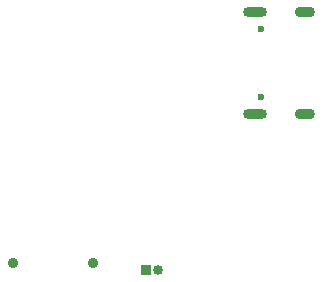
<source format=gbs>
%TF.GenerationSoftware,KiCad,Pcbnew,(5.1.10)-1*%
%TF.CreationDate,2021-12-11T23:13:08+01:00*%
%TF.ProjectId,tracker,74726163-6b65-4722-9e6b-696361645f70,rev?*%
%TF.SameCoordinates,Original*%
%TF.FileFunction,Soldermask,Bot*%
%TF.FilePolarity,Negative*%
%FSLAX46Y46*%
G04 Gerber Fmt 4.6, Leading zero omitted, Abs format (unit mm)*
G04 Created by KiCad (PCBNEW (5.1.10)-1) date 2021-12-11 23:13:08*
%MOMM*%
%LPD*%
G01*
G04 APERTURE LIST*
%ADD10O,2.000000X0.900000*%
%ADD11O,1.700000X0.900000*%
%ADD12C,0.600000*%
%ADD13R,0.850000X0.850000*%
%ADD14O,0.850000X0.850000*%
%ADD15C,0.900000*%
G04 APERTURE END LIST*
D10*
%TO.C,J1*%
X181966000Y-86362000D03*
X181966000Y-77722000D03*
D11*
X186136000Y-86362000D03*
X186136000Y-77722000D03*
D12*
X182446000Y-79152000D03*
X182446000Y-84932000D03*
%TD*%
D13*
%TO.C,J2*%
X172720000Y-99568000D03*
D14*
X173720000Y-99568000D03*
%TD*%
D15*
%TO.C,SW2*%
X161446000Y-98933000D03*
X168246000Y-98933000D03*
%TD*%
M02*

</source>
